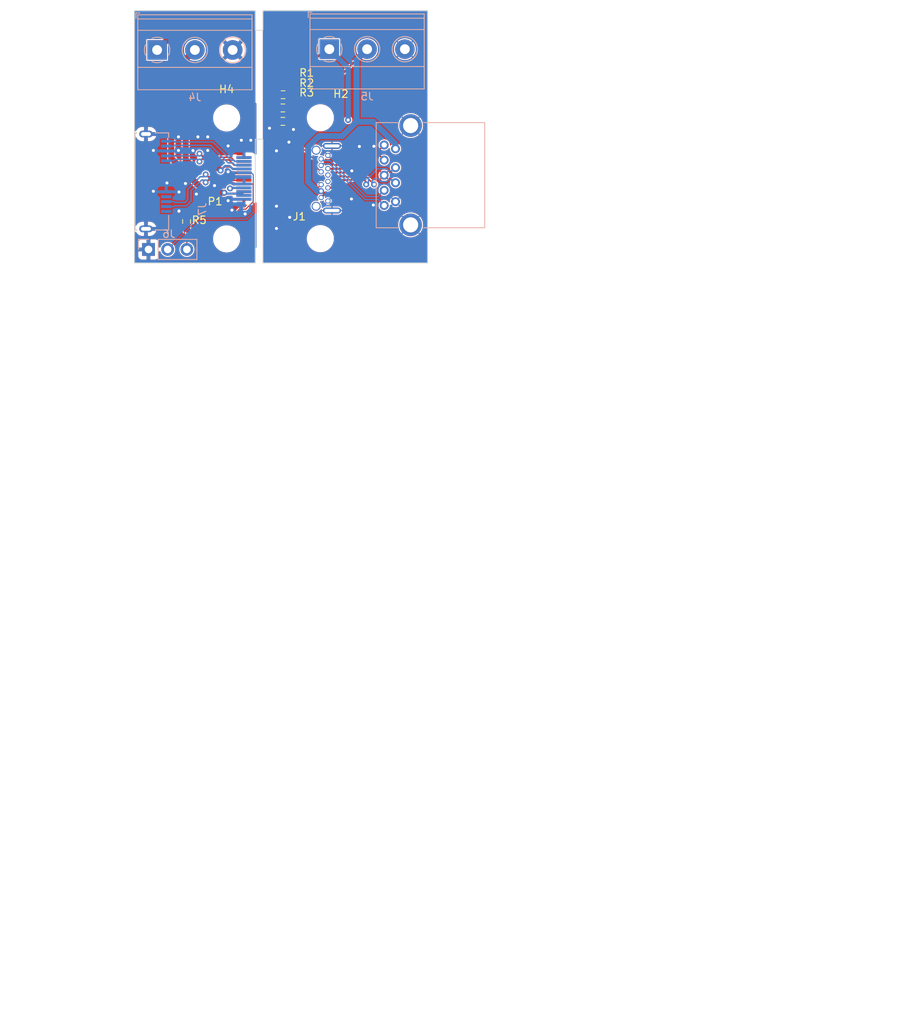
<source format=kicad_pcb>
(kicad_pcb (version 20221018) (generator pcbnew)
  (layers (0 "F.Cu" signal) (1 "In1.Cu" signal) (2 "In2.Cu" signal) (31 "B.Cu" signal) (34 "B.Paste" user) (35 "F.Paste" user) (36 "B.SilkS" user "B.Silkscreen") (37 "F.SilkS" user "F.Silkscreen") (38 "B.Mask" user) (39 "F.Mask" user) (44 "Edge.Cuts" user))
  (net 0 "")
  (net 1 "/lane1_d+")
  (net 2 "/lane1_d-")
  (net 3 "/l1_tx+")
  (net 4 "/l1_tx-")
  (net 5 "/l1_rx-")
  (net 6 "/l1_rx+")
  (net 7 "+5V")
  (net 8 "+12V")
  (net 9 "/supply_sense")
  (net 12 "GND2")
  (net 13 "+12VA")
  (net 14 "+5VA")
  (net 15 "GND1")
  (net 16 "Net-(J7-VBUS)")
  (net 17 "/stator_d-")
  (net 18 "/stator_d+")
  (net 20 "/stator_tx-")
  (net 21 "/stator_tx+")
  (net 22 "/stator_rx-")
  (net 23 "/stator_rx+")
  (net 24 "/stator_docked_sense")
  (net 25 "/stator_supply_sense")
  (footprint "Resistor_SMD:R_0603_1608Metric_Pad0.98x0.95mm_HandSolder" (layer "F.Cu") (at 61.5 90.5 -90)
    (fp_text reference "R5" (at -0.175 -1.675) (layer "F.SilkS"))
    (fp_text value "10k")
    (fp_line (start -0.254724 -0.5225) (end 0.254724 -0.5225) (stroke (width 0.12)) (layer "F.SilkS"))
    (fp_line (start -0.254724 0.5225) (end 0.254724 0.5225) (stroke (width 0.12)) (layer "F.SilkS"))
    (pad "1" smd roundrect (at -0.9125 0 270) (size 0.975 0.95) (layers "F.Cu" "F.Paste" "F.Mask") (net 14 "+5VA"))
    (pad "2" smd roundrect (at 0.9125 0 270) (size 0.975 0.95) (layers "F.Cu" "F.Paste" "F.Mask") (net 24 "/stator_docked_sense"))
  )
  (footprint "Resistor_SMD:R_0603_1608Metric_Pad0.98x0.95mm_HandSolder" (layer "F.Cu") (at 74.25 75.475 180)
    (fp_text reference "R2" (at -3.15 3.3) (layer "F.SilkS"))
    (fp_text value "38k3")
    (fp_line (start -0.254724 -0.5225) (end 0.254724 -0.5225) (stroke (width 0.12)) (layer "F.SilkS"))
    (fp_line (start -0.254724 0.5225) (end 0.254724 0.5225) (stroke (width 0.12)) (layer "F.SilkS"))
    (pad "1" smd roundrect (at -0.9125 0 180) (size 0.975 0.95) (layers "F.Cu" "F.Paste" "F.Mask") (net 8 "+12V"))
    (pad "2" smd roundrect (at 0.9125 0 180) (size 0.975 0.95) (layers "F.Cu" "F.Paste" "F.Mask") (net 9 "/supply_sense"))
  )
  (footprint "Resistor_SMD:R_0603_1608Metric_Pad0.98x0.95mm_HandSolder" (layer "F.Cu") (at 74.2775 73.725 180)
    (fp_text reference "R1" (at -3.1225 2.9) (layer "F.SilkS"))
    (fp_text value "31k6")
    (fp_line (start -0.254724 -0.5225) (end 0.254724 -0.5225) (stroke (width 0.12)) (layer "F.SilkS"))
    (fp_line (start -0.254724 0.5225) (end 0.254724 0.5225) (stroke (width 0.12)) (layer "F.SilkS"))
    (pad "1" smd roundrect (at -0.9125 0 180) (size 0.975 0.95) (layers "F.Cu" "F.Paste" "F.Mask") (net 7 "+5V"))
    (pad "2" smd roundrect (at 0.9125 0 180) (size 0.975 0.95) (layers "F.Cu" "F.Paste" "F.Mask") (net 9 "/supply_sense"))
  )
  (footprint "g7_connectors:conn_usbc_socket_RAHPCUC31AU1TR" (layer "F.Cu") (at 80.21 84.775 -90)
    (fp_text reference "J1" (at 5.075 3.785 unlocked) (layer "F.SilkS"))
    (fp_text value "USB_C_Receptacle")
    (pad "" np_thru_hole circle locked (at -3.71 1.56 270) (size 1.2 1.2) (drill 0.9) (layers "F&B.Cu" "*.Mask"))
    (pad "" np_thru_hole circle locked (at 3.71 1.56 270) (size 1.2 1.2) (drill 0.9) (layers "F&B.Cu" "*.Mask"))
    (pad "A1" smd rect locked (at -2.75 -1.66 270) (size 0.25 1.6) (layers "F.Cu" "F.Paste" "F.Mask") (net 12 "GND2"))
    (pad "A2" smd rect locked (at -2.25 -1.66 270) (size 0.25 1.6) (layers "F.Cu" "F.Paste" "F.Mask") (net 3 "/l1_tx+"))
    (pad "A3" smd rect locked (at -1.75 -1.66 270) (size 0.25 1.6) (layers "F.Cu" "F.Paste" "F.Mask") (net 4 "/l1_tx-"))
    (pad "A4" smd rect locked (at -1.25 -1.66 270) (size 0.25 1.6) (layers "F.Cu" "F.Paste" "F.Mask") (net 8 "+12V"))
    (pad "A5" smd rect locked (at -0.75 -1.66 270) (size 0.25 1.6) (layers "F.Cu" "F.Paste" "F.Mask") (net 12 "GND2"))
    (pad "A6" smd rect locked (at -0.25 -1.66 270) (size 0.25 1.6) (layers "F.Cu" "F.Paste" "F.Mask") (net 1 "/lane1_d+"))
    (pad "A7" smd rect locked (at 0.25 -1.66 270) (size 0.25 1.6) (layers "F.Cu" "F.Paste" "F.Mask") (net 2 "/lane1_d-"))
    (pad "A8" smd rect locked (at 0.75 -1.66 270) (size 0.25 1.6) (layers "F.Cu" "F.Paste" "F.Mask") (net 12 "GND2"))
    (pad "A9" smd rect locked (at 1.25 -1.66 270) (size 0.25 1.6) (layers "F.Cu" "F.Paste" "F.Mask") (net 8 "+12V"))
    (pad "A10" smd rect locked (at 1.75 -1.66 270) (size 0.25 1.6) (layers "F.Cu" "F.Paste" "F.Mask") (net 7 "+5V"))
    (pad "A11" smd rect locked (at 2.25 -1.66 270) (size 0.25 1.6) (layers "F.Cu" "F.Paste" "F.Mask") (net 7 "+5V"))
    (pad "A12" smd rect locked (at 2.75 -1.66 270) (size 0.25 1.6) (layers "F.Cu" "F.Paste" "F.Mask") (net 12 "GND2"))
    (pad "B1" thru_hole circle locked (at 3.015 0 270) (size 0.7 0.7) (drill 0.45) (layers "*.Cu" "*.Mask") (net 12 "GND2"))
    (pad "B2" thru_hole circle locked (at 2.55 0.9 270) (size 0.7 0.7) (drill 0.45) (layers "*.Cu" "*.Mask") (net 7 "+5V"))
    (pad "B3" thru_hole circle locked (at 1.7 0.9 270) (size 0.7 0.7) (drill 0.45) (layers "*.Cu" "*.Mask") (net 7 "+5V"))
    (pad "B4" thru_hole circle locked (at 1.275 0 270) (size 0.7 0.7) (drill 0.45) (layers "*.Cu" "*.Mask") (net 8 "+12V"))
    (pad "B5" thru_hole circle locked (at 0.85 0.9 270) (size 0.7 0.7) (drill 0.45) (layers "*.Cu" "*.Mask") (net 12 "GND2"))
    (pad "B6" thru_hole circle locked (at 0.425 0 270) (size 0.7 0.7) (drill 0.45) (layers "*.Cu" "*.Mask"))
    (pad "B7" thru_hole circle locked (at -0.425 0 270) (size 0.7 0.7) (drill 0.45) (layers "*.Cu" "*.Mask"))
    (pad "B8" thru_hole circle locked (at -0.85 0.9 270) (size 0.7 0.7) (drill 0.45) (layers "*.Cu" "*.Mask") (net 9 "/supply_sense"))
    (pad "B9" thru_hole circle locked (at -1.275 0 270) (size 0.7 0.7) (drill 0.45) (layers "*.Cu" "*.Mask") (net 8 "+12V"))
    (pad "B10" thru_hole circle locked (at -1.7 0.9 270) (size 0.7 0.7) (drill 0.45) (layers "*.Cu" "*.Mask") (net 5 "/l1_rx-"))
    (pad "B11" thru_hole circle locked (at -2.55 0.9 270) (size 0.7 0.7) (drill 0.45) (layers "*.Cu" "*.Mask") (net 6 "/l1_rx+"))
    (pad "B12" thru_hole circle locked (at -3.015 0 270) (size 0.7 0.7) (drill 0.45) (layers "*.Cu" "*.Mask") (net 12 "GND2"))
    (pad "S1" smd rect locked (at -5.175 6.81 270) (size 1.6 2.1) (layers "F.Cu" "F.Paste" "F.Mask") (net 12 "GND2"))
    (pad "S1" thru_hole oval locked (at -4.275 -0.54 270) (size 0.8 2.4) (drill oval 0.4 2) (layers "*.Cu" "*.Mask") (net 12 "GND2"))
    (pad "S1" thru_hole oval locked (at 4.275 -0.54 270) (size 0.8 2.4) (drill oval 0.4 2) (layers "*.Cu" "*.Mask") (net 12 "GND2"))
    (pad "S1" smd rect locked (at 5.175 6.81 270) (size 1.6 2.1) (layers "F.Cu" "F.Paste" "F.Mask") (net 12 "GND2"))
  )
  (footprint "MountingHole:MountingHole_3.2mm_M3_DIN965" (layer "F.Cu") (at 79.21 76.775)
    (fp_text reference "H2" (at 2.715 -3.15) (layer "F.SilkS"))
    (fp_text value "MountingHole")
    (pad "" np_thru_hole circle locked (at 0 0) (size 3.2 3.2) (drill 3.2) (layers "*.Cu" "*.Mask"))
  )
  (footprint "MountingHole:MountingHole_3.2mm_M3_DIN965" (layer "F.Cu") (at 79.21 92.775)
    (fp_text reference "H1" hide)
    (fp_text value "MountingHole")
    (pad "" np_thru_hole circle locked (at 0 0) (size 3.2 3.2) (drill 3.2) (layers "*.Cu" "*.Mask"))
  )
  (footprint "MountingHole:MountingHole_3.2mm_M3_DIN965" (layer "F.Cu") (at 66.8 92.8)
    (fp_text reference "H3" hide)
    (fp_text value "MountingHole")
    (pad "" np_thru_hole circle locked (at 0 0) (size 3.2 3.2) (drill 3.2) (layers "*.Cu" "*.Mask"))
  )
  (footprint "Resistor_SMD:R_0603_1608Metric_Pad0.98x0.95mm_HandSolder" (layer "F.Cu") (at 74.25 77.25)
    (fp_text reference "R3" (at 3.15 -3.8) (layer "F.SilkS"))
    (fp_text value "10k")
    (fp_line (start -0.254724 -0.5225) (end 0.254724 -0.5225) (stroke (width 0.12)) (layer "F.SilkS"))
    (fp_line (start -0.254724 0.5225) (end 0.254724 0.5225) (stroke (width 0.12)) (layer "F.SilkS"))
    (pad "1" smd roundrect (at -0.9125 0) (size 0.975 0.95) (layers "F.Cu" "F.Paste" "F.Mask") (net 9 "/supply_sense"))
    (pad "2" smd roundrect (at 0.9125 0) (size 0.975 0.95) (layers "F.Cu" "F.Paste" "F.Mask") (net 12 "GND2"))
  )
  (footprint "g7_connectors:Molex_USBC_Plug_1054440011" (layer "F.Cu") (at 69.59 84.8 -90)
    (fp_text reference "P1" (at 3.05 4.315 unlocked) (layer "F.SilkS"))
    (fp_text value "USB_C_Plug")
    (pad "A1" smd rect locked (at -2.75 0.5 270) (size 0.38 2) (layers "F.Cu" "F.Paste" "F.Mask") (net 15 "GND1"))
    (pad "A2" smd rect locked (at -2.25 0.5 270) (size 0.38 2) (layers "F.Cu" "F.Paste" "F.Mask") (net 21 "/stator_tx+"))
    (pad "A3" smd rect locked (at -1.75 0.5 270) (size 0.38 2) (layers "F.Cu" "F.Paste" "F.Mask") (net 20 "/stator_tx-"))
    (pad "A4" smd rect locked (at -1.25 0.5 270) (size 0.38 2) (layers "F.Cu" "F.Paste" "F.Mask") (net 13 "+12VA"))
    (pad "A5" smd rect locked (at -0.75 0.5 270) (size 0.38 2) (layers "F.Cu" "F.Paste" "F.Mask") (net 15 "GND1"))
    (pad "A6" smd rect locked (at -0.25 0.5 270) (size 0.38 2) (layers "F.Cu" "F.Paste" "F.Mask") (net 18 "/stator_d+"))
    (pad "A7" smd rect locked (at 0.25 0.5 270) (size 0.38 2) (layers "F.Cu" "F.Paste" "F.Mask") (net 17 "/stator_d-"))
    (pad "A8" smd rect locked (at 0.75 0.5 270) (size 0.38 2) (layers "F.Cu" "F.Paste" "F.Mask") (net 24 "/stator_docked_sense"))
    (pad "A9" smd rect locked (at 1.25 0.5 270) (size 0.38 2) (layers "F.Cu" "F.Paste" "F.Mask") (net 13 "+12VA"))
    (pad "A10" smd rect locked (at 1.75 0.5 270) (size 0.38 2) (layers "F.Cu" "F.Paste" "F.Mask") (net 14 "+5VA"))
    (pad "A11" smd rect locked (at 2.25 0.5 270) (size 0.38 2) (layers "F.Cu" "F.Paste" "F.Mask") (net 14 "+5VA"))
    (pad "A12" smd rect locked (at 2.75 0.5 270) (size 0.38 2) (layers "F.Cu" "F.Paste" "F.Mask") (net 15 "GND1"))
    (pad "B1" smd rect locked (at 2.75 0.5 270) (size 0.38 2) (layers "B.Cu" "B.Paste" "B.Mask") (net 15 "GND1"))
    (pad "B2" smd rect locked (at 2.25 0.5 270) (size 0.38 2) (layers "B.Cu" "B.Paste" "B.Mask") (net 14 "+5VA"))
    (pad "B3" smd rect locked (at 1.75 0.5 270) (size 0.38 2) (layers "B.Cu" "B.Paste" "B.Mask") (net 14 "+5VA"))
    (pad "B4" smd rect locked (at 1.25 0.5 270) (size 0.38 2) (layers "B.Cu" "B.Paste" "B.Mask") (net 13 "+12VA"))
    (pad "B5" smd rect locked (at 0.75 0.5 270) (size 0.38 2) (layers "B.Cu" "B.Paste" "B.Mask") (net 15 "GND1"))
    (pad "B8" smd rect locked (at -0.75 0.5 270) (size 0.38 2) (layers "B.Cu" "B.Paste" "B.Mask") (net 25 "/stator_supply_sense"))
    (pad "B9" smd rect locked (at -1.25 0.5 270) (size 0.38 2) (layers "B.Cu" "B.Paste" "B.Mask") (net 13 "+12VA"))
    (pad "B10" smd rect locked (at -1.75 0.5 270) (size 0.38 2) (layers "B.Cu" "B.Paste" "B.Mask") (net 22 "/stator_rx-"))
    (pad "B11" smd rect locked (at -2.25 0.5 270) (size 0.38 2) (layers "B.Cu" "B.Paste" "B.Mask") (net 23 "/stator_rx+"))
    (pad "B12" smd rect locked (at -2.75 0.5 270) (size 0.38 2) (layers "B.Cu" "B.Paste" "B.Mask") (net 15 "GND1"))
    (pad "S1" smd rect locked (at -3.42 0.88 270) (size 0.7 1.15) (layers "F.Cu" "F.Paste" "F.Mask") (net 15 "GND1"))
    (pad "S1" smd rect locked (at 3.42 0.88 270) (size 0.7 1.15) (layers "B.Cu" "B.Paste" "B.Mask") (net 15 "GND1"))
  )
  (footprint "MountingHole:MountingHole_3.2mm_M3_DIN965" (layer "F.Cu") (at 66.8 76.8)
    (fp_text reference "H4" (at 0 -3.8) (layer "F.SilkS"))
    (fp_text value "MountingHole")
    (pad "" np_thru_hole circle locked (at 0 0) (size 3.2 3.2) (drill 3.2) (layers "*.Cu" "*.Mask"))
  )
  (footprint "g7_connectors:STEWARD_USB3_A_SS-52000-001" (layer "B.Cu") (at 87.66 84.375 -90)
    (fp_text reference "J3" hide)
    (fp_text value "USB3_A")
    (fp_line (start -6.96 -13.31) (end -6.96 -5.25) (stroke (width 0.12)) (layer "B.SilkS"))
    (fp_line (start -6.96 -13.31) (end 6.96 -13.31) (stroke (width 0.12)) (layer "B.SilkS"))
    (fp_line (start -6.96 1.06) (end -6.96 -1.75) (stroke (width 0.12)) (layer "B.SilkS"))
    (fp_line (start -6.96 1.06) (end 6.96 1.06) (stroke (width 0.12)) (layer "B.SilkS"))
    (fp_line (start 6.96 -13.31) (end 6.96 -5.25) (stroke (width 0.12)) (layer "B.SilkS"))
    (fp_line (start 6.96 1.06) (end 6.96 -1.75) (stroke (width 0.12)) (layer "B.SilkS"))
    (pad "1" thru_hole circle locked (at -3.5 -1.5 270) (size 1.2 1.2) (drill 0.7) (layers "*.Cu" "*.Mask") (net 7 "+5V"))
    (pad "2" thru_hole circle locked (at -1 -1.5 270) (size 1.2 1.2) (drill 0.7) (layers "*.Cu" "*.Mask") (net 2 "/lane1_d-"))
    (pad "3" thru_hole circle locked (at 1 -1.5 270) (size 1.2 1.2) (drill 0.7) (layers "*.Cu" "*.Mask") (net 1 "/lane1_d+"))
    (pad "4" thru_hole circle locked (at 3.5 -1.5 270) (size 1.2 1.2) (drill 0.7) (layers "*.Cu" "*.Mask") (net 12 "GND2"))
    (pad "5" thru_hole circle locked (at 4 0 270) (size 1.2 1.2) (drill 0.7) (layers "*.Cu" "*.Mask") (net 5 "/l1_rx-"))
    (pad "6" thru_hole circle locked (at 2 0 270) (size 1.2 1.2) (drill 0.7) (layers "*.Cu" "*.Mask") (net 6 "/l1_rx+"))
    (pad "7" thru_hole circle locked (at 0 0 270) (size 1.2 1.2) (drill 0.7) (layers "*.Cu" "*.Mask") (net 12 "GND2"))
    (pad "8" thru_hole circle locked (at -2 0 270) (size 1.2 1.2) (drill 0.7) (layers "*.Cu" "*.Mask") (net 4 "/l1_tx-"))
    (pad "9" thru_hole circle locked (at -4 0 270) (size 1.2 1.2) (drill 0.7) (layers "*.Cu" "*.Mask") (net 3 "/l1_tx+"))
    (pad "10" thru_hole circle locked (at -6.57 -3.5 270) (size 3 3) (drill 2) (layers "*.Cu" "*.Mask") (net 12 "GND2"))
    (pad "10" thru_hole circle locked (at 6.57 -3.5 270) (size 3 3) (drill 2) (layers "*.Cu" "*.Mask") (net 12 "GND2"))
  )
  (footprint "TerminalBlock_Phoenix:TerminalBlock_Phoenix_MKDS-1,5-3_1x03_P5.00mm_Horizontal" (layer "B.Cu") (at 80.4 67.695)
    (fp_text reference "J5" (at 5 6.26) (layer "B.SilkS") (effects (justify mirror)))
    (fp_text value "Screw_Terminal_01x03")
    (fp_line (start -2.8 -4.9) (end -2.3 -4.9) (stroke (width 0.12)) (layer "B.SilkS"))
    (fp_line (start -2.8 -4.16) (end -2.8 -4.9) (stroke (width 0.12)) (layer "B.SilkS"))
    (fp_line (start -2.56 -4.66) (end 12.56 -4.66) (stroke (width 0.12)) (layer "B.SilkS"))
    (fp_line (start -2.56 -4.1) (end 12.56 -4.1) (stroke (width 0.12)) (layer "B.SilkS"))
    (fp_line (start -2.56 -2.6) (end 12.56 -2.6) (stroke (width 0.12)) (layer "B.SilkS"))
    (fp_line (start -2.56 2.301) (end 12.56 2.301) (stroke (width 0.12)) (layer "B.SilkS"))
    (fp_line (start -2.56 5.261) (end -2.56 -4.66) (stroke (width 0.12)) (layer "B.SilkS"))
    (fp_line (start -2.56 5.261) (end 12.56 5.261) (stroke (width 0.12)) (layer "B.SilkS"))
    (fp_line (start 3.773 -1.023) (end 3.726 -1.069) (stroke (width 0.12)) (layer "B.SilkS"))
    (fp_line (start 3.966 -1.239) (end 3.931 -1.274) (stroke (width 0.12)) (layer "B.SilkS"))
    (fp_line (start 6.07 1.275) (end 6.035 1.239) (stroke (width 0.12)) (layer "B.SilkS"))
    (fp_line (start 6.275 1.069) (end 6.228 1.023) (stroke (width 0.12)) (layer "B.SilkS"))
    (fp_line (start 8.773 -1.023) (end 8.726 -1.069) (stroke (width 0.12)) (layer "B.SilkS"))
    (fp_line (start 8.966 -1.239) (end 8.931 -1.274) (stroke (width 0.12)) (layer "B.SilkS"))
    (fp_line (start 11.07 1.275) (end 11.035 1.239) (stroke (width 0.12)) (layer "B.SilkS"))
    (fp_line (start 11.275 1.069) (end 11.228 1.023) (stroke (width 0.12)) (layer "B.SilkS"))
    (fp_line (start 12.56 5.261) (end 12.56 -4.66) (stroke (width 0.12)) (layer "B.SilkS"))
    (fp_arc (start -1.535 0.684) (mid -1.680501 0.000524) (end -1.535427 -0.683042) (stroke (width 0.12)) (layer "B.SilkS"))
    (fp_arc (start -0.684 -1.535) (mid -0.335551 -1.646659) (end 0.028805 -1.680253) (stroke (width 0.12)) (layer "B.SilkS"))
    (fp_arc (start 0 -1.68) (mid 0.349292 -1.643288) (end 0.683318 -1.534756) (stroke (width 0.12)) (layer "B.SilkS"))
    (fp_arc (start 0.684 1.535) (mid 0.000524 1.680501) (end -0.683042 1.535427) (stroke (width 0.12)) (layer "B.SilkS"))
    (fp_arc (start 1.535 -0.684) (mid 1.6805 -0.000524) (end 1.535427 0.683042) (stroke (width 0.12)) (layer "B.SilkS"))
    (fp_circle (center 5 0) (end 6.68 0) (stroke (width 0.12)) (fill none) (layer "B.SilkS"))
    (fp_circle (center 10 0) (end 11.68 0) (stroke (width 0.12)) (fill none) (layer "B.SilkS"))
    (pad "1" thru_hole rect (at 0 0) (size 2.6 2.6) (drill 1.3) (layers "*.Cu" "*.Mask") (net 8 "+12V"))
    (pad "2" thru_hole circle (at 5 0) (size 2.6 2.6) (drill 1.3) (layers "*.Cu" "*.Mask") (net 7 "+5V"))
    (pad "3" thru_hole circle (at 10 0) (size 2.6 2.6) (drill 1.3) (layers "*.Cu" "*.Mask") (net 12 "GND2"))
  )
  (footprint "g7_connectors:conn_usb3bmicro_GSB343K331HR" (layer "B.Cu") (at 56.125 85.2 90)
    (fp_text reference "J7" (at -3.673 7.467 90) (layer "B.SilkS") (effects (justify mirror)))
    (fp_text value "USB3_B_Micro")
    (fp_line (start -6.425 -1.45) (end -6.425 -1.22) (stroke (width 0.127)) (layer "B.SilkS"))
    (fp_line (start -6.425 1.22) (end -6.425 3) (stroke (width 0.127)) (layer "B.SilkS"))
    (fp_line (start -6.425 3) (end -4.495 3) (stroke (width 0.127)) (layer "B.SilkS"))
    (fp_line (start 5.845 3) (end 6.425 3) (stroke (width 0.127)) (layer "B.SilkS"))
    (fp_line (start 6.425 -1.45) (end -6.425 -1.45) (stroke (width 0.127)) (layer "B.SilkS"))
    (fp_line (start 6.425 -1.45) (end 6.425 -1.22) (stroke (width 0.127)) (layer "B.SilkS"))
    (fp_line (start 6.425 3) (end 6.425 1.22) (stroke (width 0.127)) (layer "B.SilkS"))
    (fp_circle (center -3.975 4.35) (end -3.875 4.35) (stroke (width 0.2)) (fill none) (layer "B.SilkS"))
    (pad "1" smd rect locked (at -3.975 2.675 90) (size 0.4 1.35) (layers "B.Cu" "B.Paste" "B.Mask") (net 16 "Net-(J7-VBUS)"))
    (pad "2" smd rect locked (at -3.325 2.675 90) (size 0.4 1.35) (layers "B.Cu" "B.Paste" "B.Mask") (net 17 "/stator_d-"))
    (pad "3" smd rect locked (at -2.675 2.675 90) (size 0.4 1.35) (layers "B.Cu" "B.Paste" "B.Mask") (net 18 "/stator_d+"))
    (pad "4" smd rect locked (at -2.025 2.675 90) (size 0.4 1.35) (layers "B.Cu" "B.Paste" "B.Mask"))
    (pad "5" smd rect locked (at -1.375 2.675 90) (size 0.4 1.35) (layers "B.Cu" "B.Paste" "B.Mask") (net 15 "GND1"))
    (pad "6" smd rect locked (at 2.725 2.675 90) (size 0.4 1.35) (layers "B.Cu" "B.Paste" "B.Mask") (net 20 "/stator_tx-"))
    (pad "7" smd rect locked (at 3.375 2.675 90) (size 0.4 1.35) (layers "B.Cu" "B.Paste" "B.Mask") (net 21 "/stator_tx+"))
    (pad "8" smd rect locked (at 4.025 2.675 90) (size 0.4 1.35) (layers "B.Cu" "B.Paste" "B.Mask") (net 15 "GND1"))
    (pad "9" smd rect locked (at 4.675 2.675 90) (size 0.4 1.35) (layers "B.Cu" "B.Paste" "B.Mask") (net 22 "/stator_rx-"))
    (pad "10" smd rect locked (at 5.325 2.675 90) (size 0.4 1.35) (layers "B.Cu" "B.Paste" "B.Mask") (net 23 "/stator_rx+"))
    (pad "11" thru_hole oval locked (at -6.275 0 90) (size 0.9 1.8) (drill oval 0.5 1.3) (layers "*.Cu" "*.Mask") (net 15 "GND1"))
    (pad "11" thru_hole oval locked (at 6.275 0 90) (size 0.9 1.8) (drill oval 0.5 1.3) (layers "*.Cu" "*.Mask") (net 15 "GND1"))
  )
  (footprint "Connector_PinHeader_2.54mm:PinHeader_1x03_P2.54mm_Vertical" (layer "B.Cu") (at 56.46 94.2 -90)
    (fp_text reference "J6" (at -2.05 -2.69 -180) (layer "B.SilkS") (effects (justify mirror)))
    (fp_text value "Conn_01x03")
    (fp_line (start -1.33 -6.41) (end 1.33 -6.41) (stroke (width 0.12)) (layer "B.SilkS"))
    (fp_line (start -1.33 -1.27) (end -1.33 -6.41) (stroke (width 0.12)) (layer "B.SilkS"))
    (fp_line (start -1.33 -1.27) (end 1.33 -1.27) (stroke (width 0.12)) (layer "B.SilkS"))
    (fp_line (start -1.33 0) (end -1.33 1.33) (stroke (width 0.12)) (layer "B.SilkS"))
    (fp_line (start -1.33 1.33) (end 0 1.33) (stroke (width 0.12)) (layer "B.SilkS"))
    (fp_line (start 1.33 -1.27) (end 1.33 -6.41) (stroke (width 0.12)) (layer "B.SilkS"))
    (pad "1" thru_hole rect (at 0 0 270) (size 1.7 1.7) (drill 1) (layers "*.Cu" "*.Mask") (net 15 "GND1"))
    (pad "2" thru_hole oval (at 0 -2.54 270) (size 1.7 1.7) (drill 1) (layers "*.Cu" "*.Mask") (net 25 "/stator_supply_sense"))
    (pad "3" thru_hole oval (at 0 -5.08 270) (size 1.7 1.7) (drill 1) (layers "*.Cu" "*.Mask") (net 24 "/stator_docked_sense"))
  )
  (footprint "TerminalBlock_Phoenix:TerminalBlock_Phoenix_MKDS-1,5-3_1x03_P5.00mm_Horizontal" (layer "B.Cu") (at 57.6 67.8)
    (fp_text reference "J4" (at 5 6.26) (layer "B.SilkS") (effects (justify mirror)))
    (fp_text value "Screw_Terminal_01x03")
    (fp_line (start -2.8 -4.9) (end -2.3 -4.9) (stroke (width 0.12)) (layer "B.SilkS"))
    (fp_line (start -2.8 -4.16) (end -2.8 -4.9) (stroke (width 0.12)) (layer "B.SilkS"))
    (fp_line (start -2.56 -4.66) (end 12.56 -4.66) (stroke (width 0.12)) (layer "B.SilkS"))
    (fp_line (start -2.56 -4.1) (end 12.56 -4.1) (stroke (width 0.12)) (layer "B.SilkS"))
    (fp_line (start -2.56 -2.6) (end 12.56 -2.6) (stroke (width 0.12)) (layer "B.SilkS"))
    (fp_line (start -2.56 2.301) (end 12.56 2.301) (stroke (width 0.12)) (layer "B.SilkS"))
    (fp_line (start -2.56 5.261) (end -2.56 -4.66) (stroke (width 0.12)) (layer "B.SilkS"))
    (fp_line (start -2.56 5.261) (end 12.56 5.261) (stroke (width 0.12)) (layer "B.SilkS"))
    (fp_line (start 3.773 -1.023) (end 3.726 -1.069) (stroke (width 0.12)) (layer "B.SilkS"))
    (fp_line (start 3.966 -1.239) (end 3.931 -1.274) (stroke (width 0.12)) (layer "B.SilkS"))
    (fp_line (start 6.07 1.275) (end 6.035 1.239) (stroke (width 0.12)) (layer "B.SilkS"))
    (fp_line (start 6.275 1.069) (end 6.228 1.023) (stroke (width 0.12)) (layer "B.SilkS"))
    (fp_line (start 8.773 -1.023) (end 8.726 -1.069) (stroke (width 0.12)) (layer "B.SilkS"))
    (fp_line (start 8.966 -1.239) (end 8.931 -1.274) (stroke (width 0.12)) (layer "B.SilkS"))
    (fp_line (start 11.07 1.275) (end 11.035 1.239) (stroke (width 0.12)) (layer "B.SilkS"))
    (fp_line (start 11.275 1.069) (end 11.228 1.023) (stroke (width 0.12)) (layer "B.SilkS"))
    (fp_line (start 12.56 5.261) (end 12.56 -4.66) (stroke (width 0.12)) (layer "B.SilkS"))
    (fp_arc (start -1.535 0.684) (mid -1.680501 0.000524) (end -1.535427 -0.683042) (stroke (width 0.12)) (layer "B.SilkS"))
    (fp_arc (start -0.684 -1.535) (mid -0.335551 -1.646659) (end 0.028805 -1.680253) (stroke (width 0.12)) (layer "B.SilkS"))
    (fp_arc (start 0 -1.68) (mid 0.349292 -1.643288) (end 0.683318 -1.534756) (stroke (width 0.12)) (layer "B.SilkS"))
    (fp_arc (start 0.684 1.535) (mid 0.000524 1.680501) (end -0.683042 1.535427) (stroke (width 0.12)) (layer "B.SilkS"))
    (fp_arc (start 1.535 -0.684) (mid 1.6805 -0.000524) (end 1.535427 0.683042) (stroke (width 0.12)) (layer "B.SilkS"))
    (fp_circle (center 5 0) (end 6.68 0) (stroke (width 0.12)) (fill none) (layer "B.SilkS"))
    (fp_circle (center 10 0) (end 11.68 0) (stroke (width 0.12)) (fill none) (layer "B.SilkS"))
    (pad "1" thru_hole rect (at 0 0) (size 2.6 2.6) (drill 1.3) (layers "*.Cu" "*.Mask") (net 13 "+12VA"))
    (pad "2" thru_hole circle (at 5 0) (size 2.6 2.6) (drill 1.3) (layers "*.Cu" "*.Mask") (net 14 "+5VA"))
    (pad "3" thru_hole circle (at 10 0) (size 2.6 2.6) (drill 1.3) (layers "*.Cu" "*.Mask") (net 15 "GND1"))
  )
  (gr_line (start 70.6 62.6) (end 70.6 65.2) (stroke (width 0.1)) (layer "Edge.Cuts"))
  (gr_line (start 70.6 79.6) (end 70.6 96) (stroke (width 0.1)) (layer "Edge.Cuts"))
  (gr_line (start 93.4 96) (end 93.4 62.6) (stroke (width 0.1)) (layer "Edge.Cuts"))
  (gr_line (start 71.6 79.6) (end 71.6 96) (stroke (width 0.1)) (layer "Edge.Cuts"))
  (gr_line (start 71.6 65.2) (end 71.6 62.6) (stroke (width 0.1)) (layer "Edge.Cuts"))
  (gr_line (start 71.6 62.6) (end 93.4 62.6) (stroke (width 0.1)) (layer "Edge.Cuts"))
  (gr_line (start 70.6 96) (end 54.6 96) (stroke (width 0.1)) (layer "Edge.Cuts"))
  (gr_line (start 54.6 96) (end 54.6 62.6) (stroke (width 0.1)) (layer "Edge.Cuts"))
  (gr_line (start 70.6 65.2) (end 71.6 65.2) (stroke (width 0.1)) (layer "Edge.Cuts"))
  (gr_line (start 71.6 96) (end 93.4 96) (stroke (width 0.1)) (layer "Edge.Cuts"))
  (gr_line (start 70.6 62.6) (end 54.6 62.6) (stroke (width 0.1)) (layer "Edge.Cuts"))
  (gr_line (start 70.6 79.6) (end 71.6 79.6) (stroke (width 0.1)) (layer "Edge.Cuts"))
  (segment (start 82.525 84.525) (end 81.87 84.525) (width 0.2) (layer "F.Cu") (net 1))
  (segment (start 86.028704 85.310504) (end 85.3182 84.6) (width 0.2) (layer "F.Cu") (net 1))
  (segment (start 86.028705 85.300001) (end 86.328704 85.6) (width 0.2) (layer "F.Cu") (net 1))
  (segment (start 82.6 84.6) (end 82.525 84.525) (width 0.2) (layer "F.Cu") (net 1))
  (segment (start 85.3182 84.6) (end 82.6 84.6) (width 0.2) (layer "F.Cu") (net 1))
  (via (at 86.328704 85.6) (size 0.8) (drill 0.4) (layers "F.Cu" "B.Cu") (net 1))
  (segment (start 88.237082 85) (end 88.012082 85.225) (width 0.2) (layer "B.Cu") (net 1))
  (segment (start 86.028704 85.171296) (end 86.028704 85.3) (width 0.2) (layer "B.Cu") (net 1))
  (segment (start 87.225 85.225) (end 86.8 84.8) (width 0.2) (layer "B.Cu") (net 1))
  (segment (start 88.785 85) (end 88.237082 85) (width 0.2) (layer "B.Cu") (net 1))
  (segment (start 88.012082 85.225) (end 87.225 85.225) (width 0.2) (layer "B.Cu") (net 1))
  (segment (start 86.8 84.8) (end 86.4 84.8) (width 0.2) (layer "B.Cu") (net 1))
  (segment (start 86.4 84.8) (end 86.028704 85.171296) (width 0.2) (layer "B.Cu") (net 1))
  (segment (start 86.028704 85.3) (end 86.328704 85.6) (width 0.2) (layer "B.Cu") (net 1))
  (segment (start 89.16 85.375) (end 88.785 85) (width 0.2) (layer "B.Cu") (net 1))
  (segment (start 85 85) (end 81.895 85) (width 0.2) (layer "F.Cu") (net 2))
  (segment (start 81.895 85) (end 81.87 85.025) (width 0.2) (layer "F.Cu") (net 2))
  (segment (start 85.278704 85.6) (end 85.278704 85.278704) (width 0.2) (layer "F.Cu") (net 2))
  (segment (start 85.278704 85.278704) (end 85 85) (width 0.2) (layer "F.Cu") (net 2))
  (via (at 85.278704 85.6) (size 0.8) (drill 0.4) (layers "F.Cu" "B.Cu") (net 2))
  (segment (start 85.578704 85.3) (end 85.278704 85.6) (width 0.2) (layer "B.Cu") (net 2))
  (segment (start 88.735 83.8) (end 88.287082 83.8) (width 0.2) (layer "B.Cu") (net 2))
  (segment (start 88.287082 83.8) (end 88.012082 83.525) (width 0.2) (layer "B.Cu") (net 2))
  (segment (start 88.012082 83.525) (end 86.77564 83.525) (width 0.2) (layer "B.Cu") (net 2))
  (segment (start 86.77564 83.525) (end 85.578704 84.721936) (width 0.2) (layer "B.Cu") (net 2))
  (segment (start 89.16 83.375) (end 88.735 83.8) (width 0.2) (layer "B.Cu") (net 2))
  (segment (start 85.578704 84.721936) (end 85.578704 85.3) (width 0.2) (layer "B.Cu") (net 2))
  (segment (start 83.725 81.275) (end 84.8 81.275) (width 0.2) (layer "F.Cu") (net 3))
  (segment (start 85.325 81.8) (end 85.325 83.275) (width 0.2) (layer "F.Cu") (net 3))
  (segment (start 83.055807 81.944193) (end 83.725 81.275) (width 0.2) (layer "F.Cu") (net 3))
  (segment (start 85.675 83.275) (end 85.675 81.8) (width 0.2) (layer "F.Cu") (net 3))
  (segment (start 86.653653 81.275) (end 86.76 81.275) (width 0.2) (layer "F.Cu") (net 3))
  (segment (start 86.76 81.275) (end 87.66 80.375) (width 0.2) (layer "F.Cu") (net 3))
  (segment (start 82.57 82.55) (end 82.961613 82.55) (width 0.2) (layer "F.Cu") (net 3))
  (segment (start 83.055807 82.455807) (end 83.055807 81.944193) (width 0.2) (layer "F.Cu") (net 3))
  (segment (start 82.961613 82.55) (end 83.055807 82.455807) (width 0.2) (layer "F.Cu") (net 3))
  (segment (start 81.87 82.525) (end 82.545 82.525) (width 0.2) (layer "F.Cu") (net 3))
  (segment (start 82.545 82.525) (end 82.57 82.55) (width 0.2) (layer "F.Cu") (net 3))
  (segment (start 86.2 81.275) (end 86.653653 81.275) (width 0.2) (layer "F.Cu") (net 3))
  (arc (start 85.675 81.8) (mid 85.828769 81.428769) (end 86.2 81.275) (width 0.2) (layer "F.Cu") (net 3))
  (arc (start 84.8 81.275) (mid 85.171231 81.428769) (end 85.325 81.8) (width 0.2) (layer "F.Cu") (net 3))
  (arc (start 85.5 83.45) (mid 85.623744 83.398744) (end 85.675 83.275) (width 0.2) (layer "F.Cu") (net 3))
  (arc (start 85.325 83.275) (mid 85.376256 83.398744) (end 85.5 83.45) (width 0.2) (layer "F.Cu") (net 3))
  (segment (start 83.447487 82.670713) (end 83.447487 82.152513) (width 0.2) (layer "F.Cu") (net 4))
  (segment (start 82.545 83.025) (end 82.57 83) (width 0.2) (layer "F.Cu") (net 4))
  (segment (start 86.025 83.275) (end 86.025 81.8) (width 0.2) (layer "F.Cu") (net 4))
  (segment (start 82.57 83) (end 83.1182 83) (width 0.2) (layer "F.Cu") (net 4))
  (segment (start 81.87 83.025) (end 82.545 83.025) (width 0.2) (layer "F.Cu") (net 4))
  (segment (start 86.91 81.625) (end 87.66 82.375) (width 0.2) (layer "F.Cu") (net 4))
  (segment (start 86.2 81.625) (end 86.91 81.625) (width 0.2) (layer "F.Cu") (net 4))
  (segment (start 83.447487 82.152513) (end 83.975 81.625) (width 0.2) (layer "F.Cu") (net 4))
  (segment (start 84.975 81.8) (end 84.975 83.275) (width 0.2) (layer "F.Cu") (net 4))
  (segment (start 83.975 81.625) (end 84.8 81.625) (width 0.2) (layer "F.Cu") (net 4))
  (segment (start 83.1182 83) (end 83.447487 82.670713) (width 0.2) (layer "F.Cu") (net 4))
  (arc (start 84.975 83.275) (mid 85.128769 83.646231) (end 85.5 83.8) (width 0.2) (layer "F.Cu") (net 4))
  (arc (start 85.5 83.8) (mid 85.871231 83.646231) (end 86.025 83.275) (width 0.2) (layer "F.Cu") (net 4))
  (arc (start 86.025 81.8) (mid 86.076256 81.676256) (end 86.2 81.625) (width 0.2) (layer "F.Cu") (net 4))
  (arc (start 84.8 81.625) (mid 84.923744 81.676256) (end 84.975 81.8) (width 0.2) (layer "F.Cu") (net 4))
  (segment (start 85.158529 87.6) (end 80.43353 82.875001) (width 0.2) (layer "B.Cu") (net 5))
  (segment (start 79.509999 82.875001) (end 79.31 83.075) (width 0.2) (layer "B.Cu") (net 5))
  (segment (start 86.885 87.6) (end 85.158529 87.6) (width 0.2) (layer "B.Cu") (net 5))
  (segment (start 80.43353 82.875001) (end 79.509999 82.875001) (width 0.2) (layer "B.Cu") (net 5))
  (segment (start 87.66 88.375) (end 86.885 87.6) (width 0.2) (layer "B.Cu") (net 5))
  (segment (start 87.66 86.375) (end 86.835 87.2) (width 0.2) (layer "B.Cu") (net 6))
  (segment (start 85.253503 87.2) (end 80.478502 82.424999) (width 0.2) (layer "B.Cu") (net 6))
  (segment (start 86.835 87.2) (end 85.253503 87.2) (width 0.2) (layer "B.Cu") (net 6))
  (segment (start 80.478502 82.424999) (end 79.509999 82.424999) (width 0.2) (layer "B.Cu") (net 6))
  (segment (start 79.509999 82.424999) (end 79.31 82.225) (width 0.2) (layer "B.Cu") (net 6))
  (segment (start 81.87 87.025) (end 81.745 86.9) (width 0.28) (layer "F.Cu") (net 7))
  (segment (start 79.37 73.725) (end 85.4 67.695) (width 0.28) (layer "F.Cu") (net 7))
  (segment (start 79.735 86.9) (end 79.31 87.325) (width 0.28) (layer "F.Cu") (net 7))
  (segment (start 81.745 86.9) (end 79.735 86.9) (width 0.28) (layer "F.Cu") (net 7))
  (segment (start 81.695 86.7) (end 79.535 86.7) (width 0.28) (layer "F.Cu") (net 7))
  (segment (start 81.87 86.525) (end 81.695 86.7) (width 0.28) (layer "F.Cu") (net 7))
  (segment (start 79.535 86.7) (end 79.31 86.475) (width 0.28) (layer "F.Cu") (net 7))
  (segment (start 75.19 73.725) (end 79.37 73.725) (width 0.28) (layer "F.Cu") (net 7))
  (segment (start 89.16 80.248654) (end 89.16 80.875) (width 0.8) (layer "B.Cu") (net 7))
  (segment (start 84 77.3) (end 86.211346 77.3) (width 0.8) (layer "B.Cu") (net 7))
  (segment (start 77.6 80.630076) (end 77.6 85.259974) (width 0.8) (layer "B.Cu") (net 7))
  (segment (start 84 69.105) (end 84 77.3) (width 0.8) (layer "B.Cu") (net 7))
  (segment (start 84 77.3) (end 82.1 79.2) (width 0.8) (layer "B.Cu") (net 7))
  (segment (start 86.211346 77.3) (end 89.16 80.248654) (width 0.8) (layer "B.Cu") (net 7))
  (segment (start 79.030076 79.2) (end 77.6 80.630076) (width 0.8) (layer "B.Cu") (net 7))
  (segment (start 82.1 79.2) (end 79.030076 79.2) (width 0.8) (layer "B.Cu") (net 7))
  (segment (start 85.41 67.695) (end 84 69.105) (width 0.8) (layer "B.Cu") (net 7))
  (segment (start 77.6 85.259974) (end 78.815026 86.475) (width 0.8) (layer "B.Cu") (net 7))
  (segment (start 78.815026 86.475) (end 79.31 86.475) (width 0.8) (layer "B.Cu") (net 7))
  (segment (start 74.4125 74.725) (end 74.4125 73.1625) (width 0.28) (layer "F.Cu") (net 8))
  (segment (start 80.235 83.525) (end 80.21 83.5) (width 0.28) (layer "F.Cu") (net 8))
  (segment (start 75.1625 75.475) (end 74.4125 74.725) (width 0.28) (layer "F.Cu") (net 8))
  (segment (start 80.235 86.025) (end 80.21 86.05) (width 0.28) (layer "F.Cu") (net 8))
  (segment (start 74.4125 73.1625) (end 79.88 67.695) (width 0.28) (layer "F.Cu") (net 8))
  (segment (start 81.87 86.025) (end 80.235 86.025) (width 0.28) (layer "F.Cu") (net 8))
  (segment (start 81.87 83.525) (end 80.235 83.525) (width 0.28) (layer "F.Cu") (net 8))
  (segment (start 79.88 67.695) (end 80.4 67.695) (width 0.28) (layer "F.Cu") (net 8))
  (via (at 82.891102 77.066102) (size 0.8) (drill 0.4) (layers "F.Cu" "B.Cu") (net 8))
  (segment (start 82.891102 77.066102) (end 82.891102 70.186102) (width 0.7) (layer "B.Cu") (net 8))
  (segment (start 82.891102 70.186102) (end 80.4 67.695) (width 0.7) (layer "B.Cu") (net 8))
  (segment (start 73.3375 77.25) (end 78.735 82.6475) (width 0.15) (layer "F.Cu") (net 9))
  (segment (start 78.735 83.35) (end 79.31 83.925) (width 0.15) (layer "F.Cu") (net 9))
  (segment (start 78.735 82.6475) (end 78.735 83.35) (width 0.15) (layer "F.Cu") (net 9))
  (segment (start 73.365 77.2225) (end 73.3375 77.25) (width 0.15) (layer "F.Cu") (net 9))
  (segment (start 73.365 73.725) (end 73.365 77.2225) (width 0.15) (layer "F.Cu") (net 9))
  (via (at 73.4 88.475) (size 0.8) (drill 0.4) (layers "F.Cu" "B.Cu") (net 12))
  (via (at 83.375 83.8) (size 0.8) (drill 0.4) (layers "F.Cu" "B.Cu") (net 12))
  (via (at 75.15 89.95) (size 0.8) (drill 0.4) (layers "F.Cu" "B.Cu") (net 12))
  (via (at 73.4 91.425) (size 0.8) (drill 0.4) (layers "F.Cu" "B.Cu") (net 12))
  (via (at 86.3 80.55) (size 0.8) (drill 0.4) (layers "F.Cu" "B.Cu") (net 12))
  (via (at 73.4 81.15) (size 0.8) (drill 0.4) (layers "F.Cu" "B.Cu") (net 12))
  (via (at 72.475 78.15) (size 0.8) (drill 0.4) (layers "F.Cu" "B.Cu") (net 12))
  (via (at 86.225 88.325) (size 0.8) (drill 0.4) (layers "F.Cu" "B.Cu") (net 12))
  (via (at 75.05 80) (size 0.8) (drill 0.4) (layers "F.Cu" "B.Cu") (net 12))
  (via (at 83.325 87.525) (size 0.8) (drill 0.4) (layers "F.Cu" "B.Cu") (net 12))
  (via (at 84.375 80.575) (size 0.8) (drill 0.4) (layers "F.Cu" "B.Cu") (net 12))
  (via (at 75.65 78.325) (size 0.8) (drill 0.4) (layers "F.Cu" "B.Cu") (net 12))
  (segment (start 67.3245 86.05) (end 67.25 86.1245) (width 0.28) (layer "F.Cu") (net 13))
  (segment (start 69.09 83.55) (end 67.600308 83.55) (width 0.28) (layer "F.Cu") (net 13))
  (segment (start 59.45 65.95) (end 57.6 67.8) (width 0.8) (layer "F.Cu") (net 13))
  (segment (start 63.84725 83.2) (end 63.579756 83.467494) (width 0.7) (layer "F.Cu") (net 13))
  (segment (start 65.476375 83.226375) (end 66 83.75) (width 0.8) (layer "F.Cu") (net 13))
  (segment (start 65.476375 83.225) (end 65.476375 83.226375) (width 0.8) (layer "F.Cu") (net 13))
  (segment (start 64.45 68.566296) (end 64.45 67.033704) (width 0.8) (layer "F.Cu") (net 13))
  (segment (start 61.375 82.3) (end 61.375 71.641296) (width 0.8) (layer "F.Cu") (net 13))
  (segment (start 62.542494 83.467494) (end 61.375 82.3) (width 0.8) (layer "F.Cu") (net 13))
  (segment (start 67.600308 83.55) (end 67.285808 83.2355) (width 0.28) (layer "F.Cu") (net 13))
  (segment (start 67.285808 83.2355) (end 66.5145 83.2355) (width 0.28) (layer "F.Cu") (net 13))
  (segment (start 66.5145 83.2355) (end 66 83.75) (width 0.28) (layer "F.Cu") (net 13))
  (segment (start 69.09 86.05) (end 67.3245 86.05) (width 0.28) (layer "F.Cu") (net 13))
  (segment (start 61.375 71.641296) (end 64.45 68.566296) (width 0.8) (layer "F.Cu") (net 13))
  (segment (start 64.45 67.033704) (end 63.366296 65.95) (width 0.8) (layer "F.Cu") (net 13))
  (segment (start 65.476375 83.225) (end 63.873625 83.225) (width 0.8) (layer "F.Cu") (net 13))
  (segment (start 63.366296 65.95) (end 59.45 65.95) (width 0.8) (layer "F.Cu") (net 13))
  (segment (start 63.579756 83.467494) (end 62.542494 83.467494) (width 0.7) (layer "F.Cu") (net 13))
  (via (at 67.25 86.1245) (size 0.8) (drill 0.4) (layers "F.Cu" "B.Cu") (net 13))
  (via (at 66 83.75) (size 0.8) (drill 0.4) (layers "F.Cu" "B.Cu") (net 13))
  (segment (start 69.09 83.55) (end 67.600308 83.55) (width 0.28) (layer "B.Cu") (net 13))
  (segment (start 69.09 86.05) (end 67.3245 86.05) (width 0.28) (layer "B.Cu") (net 13))
  (segment (start 67.3245 86.05) (end 67.25 86.1245) (width 0.28) (layer "B.Cu") (net 13))
  (segment (start 67.190308 83.14) (end 66.61 83.14) (width 0.28) (layer "B.Cu") (net 13))
  (segment (start 66.61 83.14) (end 66 83.75) (width 0.28) (layer "B.Cu") (net 13))
  (segment (start 67.600308 83.55) (end 67.190308 83.14) (width 0.28) (layer "B.Cu") (net 13))
  (segment (start 68.8255 86.8145) (end 66.610575 86.8145) (width 0.28) (layer "F.Cu") (net 14))
  (segment (start 59.475 70.925) (end 62.6 67.8) (width 0.8) (layer "F.Cu") (net 14))
  (segment (start 66.485449 86.7) (end 64.3875 86.7) (width 0.8) (layer "F.Cu") (net 14))
  (segment (start 64.05757 86.7) (end 59.475 82.11743) (width 0.8) (layer "F.Cu") (net 14))
  (segment (start 64.3875 86.7) (end 61.5 89.5875) (width 0.8) (layer "F.Cu") (net 14))
  (segment (start 66.490762 86.694687) (end 66.485449 86.7) (width 0.8) (layer "F.Cu") (net 14))
  (segment (start 69.09 86.55) (end 68.8255 86.8145) (width 0.28) (layer "F.Cu") (net 14))
  (segment (start 66.610575 86.8145) (end 66.490762 86.694687) (width 0.28) (layer "F.Cu") (net 14))
  (segment (start 59.475 82.11743) (end 59.475 70.925) (width 0.8) (layer "F.Cu") (net 14))
  (segment (start 64.3875 86.7) (end 64.05757 86.7) (width 0.8) (layer "F.Cu") (net 14))
  (via (at 66.490762 86.694687) (size 0.8) (drill 0.4) (layers "F.Cu" "B.Cu") (net 14))
  (segment (start 68.8255 86.8145) (end 69.09 86.55) (width 0.28) (layer "B.Cu") (net 14))
  (segment (start 66.610575 86.8145) (end 68.8255 86.8145) (width 0.28) (layer "B.Cu") (net 14))
  (segment (start 66.490762 86.694687) (end 66.610575 86.8145) (width 0.28) (layer "B.Cu") (net 14))
  (segment (start 69.09 82.05) (end 69.09 81.76) (width 0.4) (layer "F.Cu") (net 15))
  (via (at 62.8 86.875) (size 0.8) (drill 0.4) (layers "F.Cu" "B.Cu") (net 15))
  (via (at 67 87.75) (size 0.8) (drill 0.4) (layers "F.Cu" "B.Cu") (net 15))
  (via (at 68.75 79.75) (size 0.8) (drill 0.4) (layers "F.Cu" "B.Cu") (net 15))
  (via (at 67 83.9255) (size 0.8) (drill 0.4) (layers "F.Cu" "B.Cu") (net 15))
  (via (at 60.4245 79.3) (size 0.8) (drill 0.4) (layers "F.Cu" "B.Cu") (net 15))
  (via (at 62.348226 81.112369) (size 0.8) (drill 0.4) (layers "F.Cu" "B.Cu") (net 15))
  (via (at 57.1 81.1) (size 0.8) (drill 0.4) (layers "F.Cu" "B.Cu") (net 15))
  (via (at 63 79.3) (size 0.8) (drill 0.4) (layers "F.Cu" "B.Cu") (net 15))
  (via (at 64.3 79.3) (size 0.8) (drill 0.4) (layers "F.Cu" "B.Cu") (net 15))
  (via (at 58.9 85.4) (size 0.8) (drill 0.4) (layers "F.Cu" "B.Cu") (net 15))
  (via (at 67.5 89) (size 0.8) (drill 0.4) (layers "F.Cu" "B.Cu") (net 15))
  (via (at 64.3 81.1) (size 0.8) (drill 0.4) (layers "F.Cu" "B.Cu") (net 15))
  (via (at 69.25 89.5) (size 0.8) (drill 0.4) (layers "F.Cu" "B.Cu") (net 15))
  (via (at 65.2 85.75) (size 0.8) (drill 0.4) (layers "F.Cu" "B.Cu") (net 15))
  (via (at 67 80.5) (size 0.8) (drill 0.4) (layers "F.Cu" "B.Cu") (net 15))
  (via (at 60.5 86.6) (size 0.8) (drill 0.4) (layers "F.Cu" "B.Cu") (net 15))
  (via (at 61.35 85.475) (size 0.8) (drill 0.4) (layers "F.Cu" "B.Cu") (net 15))
  (via (at 70 79.75) (size 0.8) (drill 0.4) (layers "F.Cu" "B.Cu") (net 15))
  (via (at 60.4245 81.1) (size 0.8) (drill 0.4) (layers "F.Cu" "B.Cu") (net 15))
  (via (at 60.5 89.1) (size 0.8) (drill 0.4) (layers "F.Cu" "B.Cu") (net 15))
  (via (at 57.1 86.5) (size 0.8) (drill 0.4) (layers "F.Cu" "B.Cu") (net 15))
  (segment (start 69.09 85.05) (end 67.589999 85.05) (width 0.2) (layer "F.Cu") (net 17))
  (segment (start 67.564999 85.025) (end 64.326072 85.025001) (width 0.2) (layer "F.Cu") (net 17))
  (segment (start 67.589999 85.05) (end 67.564999 85.025) (width 0.2) (layer "F.Cu") (net 17))
  (segment (start 64.326072 85.025001) (end 64.026073 85.325) (width 0.2) (layer "F.Cu") (net 17))
  (via (at 64.026073 85.325) (size 0.8) (drill 0.4) (layers "F.Cu" "B.Cu") (net 17))
  (segment (start 59.912501 88.425) (end 59.812501 88.525) (width 0.2) (layer "B.Cu") (net 17))
  (segment (start 62.1 87.775) (end 61.45 88.425) (width 0.2) (layer "B.Cu") (net 17))
  (segment (start 63.493199 85.025001) (end 62.1 86.4182) (width 0.2) (layer "B.Cu") (net 17))
  (segment (start 61.45 88.425) (end 59.912501 88.425) (width 0.2) (layer "B.Cu") (net 17))
  (segment (start 59.812501 88.525) (end 58.8 88.525) (width 0.2) (layer "B.Cu") (net 17))
  (segment (start 63.726074 85.025001) (end 63.493199 85.025001) (width 0.2) (layer "B.Cu") (net 17))
  (segment (start 64.026073 85.325) (end 63.726074 85.025001) (width 0.2) (layer "B.Cu") (net 17))
  (segment (start 62.1 86.4182) (end 62.1 87.775) (width 0.2) (layer "B.Cu") (net 17))
  (segment (start 69.09 84.55) (end 67.589999 84.55) (width 0.2) (layer "F.Cu") (net 18))
  (segment (start 67.564999 84.575) (end 64.326072 84.574999) (width 0.2) (layer "F.Cu") (net 18))
  (segment (start 64.326072 84.574999) (end 64.026073 84.275) (width 0.2) (layer "F.Cu") (net 18))
  (segment (start 67.589999 84.55) (end 67.564999 84.575) (width 0.2) (layer "F.Cu") (net 18))
  (via (at 64.026073 84.275) (size 0.8) (drill 0.4) (layers "F.Cu" "B.Cu") (net 18))
  (segment (start 61.65 87.6) (end 61.275 87.975) (width 0.2) (layer "B.Cu") (net 18))
  (segment (start 59.812501 87.875) (end 58.8 87.875) (width 0.2) (layer "B.Cu") (net 18))
  (segment (start 63.726074 84.574999) (end 63.306801 84.574999) (width 0.2) (layer "B.Cu") (net 18))
  (segment (start 61.65 86.2318) (end 61.65 87.6) (width 0.2) (layer "B.Cu") (net 18))
  (segment (start 59.912501 87.975) (end 59.812501 87.875) (width 0.2) (layer "B.Cu") (net 18))
  (segment (start 64.026073 84.275) (end 63.726074 84.574999) (width 0.2) (layer "B.Cu") (net 18))
  (segment (start 63.306801 84.574999) (end 61.65 86.2318) (width 0.2) (layer "B.Cu") (net 18))
  (segment (start 61.275 87.975) (end 59.912501 87.975) (width 0.2) (layer "B.Cu") (net 18))
  (segment (start 67.1 82.35) (end 64.85 82.35) (width 0.2) (layer "F.Cu") (net 20))
  (segment (start 69.09 83.05) (end 67.8 83.05) (width 0.2) (layer "F.Cu") (net 20))
  (segment (start 63.524457 82.25) (end 63.206963 82.567494) (width 0.2) (layer "F.Cu") (net 20))
  (segment (start 67.8 83.05) (end 67.1 82.35) (width 0.2) (layer "F.Cu") (net 20))
  (segment (start 64.75 82.25) (end 63.524457 82.25) (width 0.2) (layer "F.Cu") (net 20))
  (segment (start 64.85 82.35) (end 64.75 82.25) (width 0.2) (layer "F.Cu") (net 20))
  (via (at 63.206963 82.567494) (size 0.8) (drill 0.4) (layers "F.Cu" "B.Cu") (net 20))
  (segment (start 63.206963 82.567494) (end 62.906963 82.267494) (width 0.2) (layer "B.Cu") (net 20))
  (segment (start 59.792494 82.475) (end 58.8 82.475) (width 0.2) (layer "B.Cu") (net 20))
  (segment (start 62.906963 82.267494) (end 60 82.267494) (width 0.2) (layer "B.Cu") (net 20))
  (segment (start 60 82.267494) (end 59.792494 82.475) (width 0.2) (layer "B.Cu") (net 20))
  (segment (start 63.506962 81.817493) (end 63.206963 81.517494) (width 0.2) (layer "F.Cu") (net 21))
  (segment (start 65.1182 82) (end 64.935694 81.817494) (width 0.2) (layer "F.Cu") (net 21))
  (segment (start 69.09 82.55) (end 67.9 82.55) (width 0.2) (layer "F.Cu") (net 21))
  (segment (start 67.35 82) (end 65.1182 82) (width 0.2) (layer "F.Cu") (net 21))
  (segment (start 67.9 82.55) (end 67.35 82) (width 0.2) (layer "F.Cu") (net 21))
  (segment (start 64.935694 81.817494) (end 63.506962 81.817493) (width 0.2) (layer "F.Cu") (net 21))
  (via (at 63.206963 81.517494) (size 0.8) (drill 0.4) (layers "F.Cu" "B.Cu") (net 21))
  (segment (start 62.906963 81.817494) (end 59.949502 81.817494) (width 0.2) (layer "B.Cu") (net 21))
  (segment (start 63.206963 81.517494) (end 62.906963 81.817494) (width 0.2) (layer "B.Cu") (net 21))
  (segment (start 59.941996 81.825) (end 58.8 81.825) (width 0.2) (layer "B.Cu") (net 21))
  (segment (start 59.949502 81.817494) (end 59.941996 81.825) (width 0.2) (layer "B.Cu") (net 21))
  (segment (start 58.8 80.525) (end 59.812501 80.525) (width 0.2) (layer "B.Cu") (net 22))
  (segment (start 67.905025 83.05) (end 69.09 83.05) (width 0.2) (layer "B.Cu") (net 22))
  (segment (start 64.675 80.425) (end 67 82.75) (width 0.2) (layer "B.Cu") (net 22))
  (segment (start 59.812501 80.525) (end 59.912501 80.425) (width 0.2) (layer "B.Cu") (net 22))
  (segment (start 67 82.75) (end 67.605025 82.75) (width 0.2) (layer "B.Cu") (net 22))
  (segment (start 59.912501 80.425) (end 64.675 80.425) (width 0.2) (layer "B.Cu") (net 22))
  (segment (start 67.605025 82.75) (end 67.905025 83.05) (width 0.2) (layer "B.Cu") (net 22))
  (segment (start 64.975 79.975) (end 67.4 82.4) (width 0.2) (layer "B.Cu") (net 23))
  (segment (start 58.8 79.875) (end 59.812501 79.875) (width 0.2) (layer "B.Cu") (net 23))
  (segment (start 59.912501 79.975) (end 64.975 79.975) (width 0.2) (layer "B.Cu") (net 23))
  (segment (start 67.4 82.4) (end 67.75 82.4) (width 0.2) (layer "B.Cu") (net 23))
  (segment (start 67.9 82.55) (end 69.09 82.55) (width 0.2) (layer "B.Cu") (net 23))
  (segment (start 59.812501 79.875) (end 59.912501 79.975) (width 0.2) (layer "B.Cu") (net 23))
  (segment (start 67.75 82.4) (end 67.9 82.55) (width 0.2) (layer "B.Cu") (net 23))
  (segment (start 67.633884 89.75) (end 63.1625 89.75) (width 0.15) (layer "F.Cu") (net 24))
  (segment (start 69.09 85.55) (end 70.24 85.55) (width 0.15) (layer "F.Cu") (net 24))
  (segment (start 68.508884 88.875) (end 67.633884 89.75) (width 0.15) (layer "F.Cu") (net 24))
  (segment (start 63.1625 89.75) (end 61.5 91.4125) (width 0.15) (layer "F.Cu") (net 24))
  (segment (start 69.325 88.875) (end 68.508884 88.875) (width 0.15) (layer "F.Cu") (net 24))
  (segment (start 70.24 85.55) (end 70.315 85.625) (width 0.15) (layer "F.Cu") (net 24))
  (segment (start 70.315 87.885) (end 69.325 88.875) (width 0.15) (layer "F.Cu") (net 24))
  (segment (start 61.5 91.4125) (end 61.54 91.4525) (width 0.15) (layer "F.Cu") (net 24))
  (segment (start 70.315 85.625) (end 70.315 87.885) (width 0.15) (layer "F.Cu") (net 24))
  (segment (start 61.54 91.4525) (end 61.54 94.2) (width 0.15) (layer "F.Cu") (net 24))
  (segment (start 70.075 84.05) (end 70.325 84.3) (width 0.15) (layer "B.Cu") (net 25))
  (segment (start 63 90.2) (end 59 94.2) (width 0.15) (layer "B.Cu") (net 25))
  (segment (start 70.325 84.3) (end 70.325 89.308884) (width 0.15) (layer "B.Cu") (net 25))
  (segment (start 69.433884 90.2) (end 63 90.2) (width 0.15) (layer "B.Cu") (net 25))
  (segment (start 70.325 89.308884) (end 69.433884 90.2) (width 0.15) (layer "B.Cu") (net 25))
  (segment (start 69.09 84.05) (end 70.075 84.05) (width 0.15) (layer "B.Cu") (net 25))
  (zone (net 15) (net_name "GND1") (layers "F.Cu" "In1.Cu" "In2.Cu" "B.Cu") (priority 1) (connect_pads (clearance 0.15)) (min_thickness 0.25) (fill yes (thermal_gap 0.5) (thermal_bridge_width 0.5))
    (polygon (pts (xy 54.5 62.5) (xy 70.75 62.5) (xy 70.75 96) (xy 54.5 96)))
  )
  (zone (net 12) (net_name "GND2") (layers "F.Cu" "In1.Cu" "In2.Cu" "B.Cu") (connect_pads (clearance 0.15)) (min_thickness 0.15) (fill yes (thermal_gap 0.15) (thermal_bridge_width 0.15))
    (polygon (pts (xy 93.4 62.6) (xy 93.4 96) (xy 71.6 96) (xy 71.6 62.6)))
  )
)
</source>
